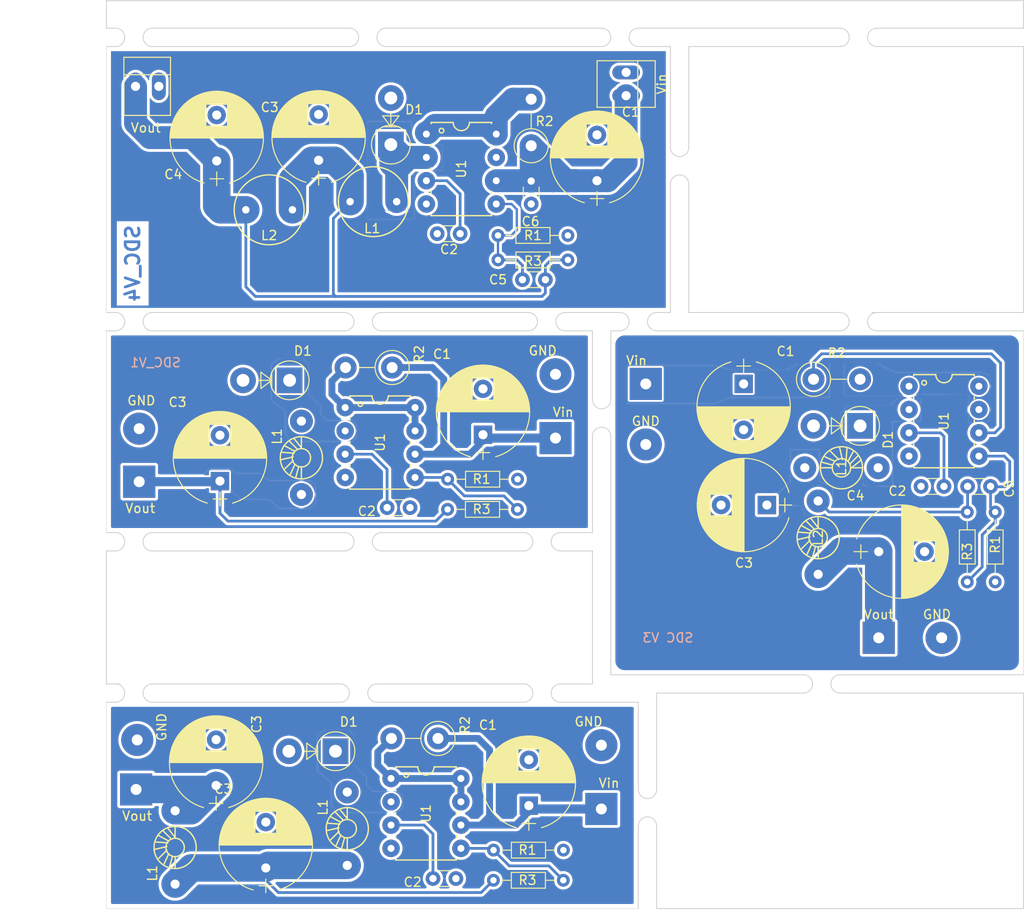
<source format=kicad_pcb>
(kicad_pcb (version 20211014) (generator pcbnew)
  (layers (0 "F.Cu" signal) (31 "B.Cu" signal) (34 "B.Paste" user) (35 "F.Paste" user) (36 "B.SilkS" user "B.Silkscreen") (37 "F.SilkS" user "F.Silkscreen") (38 "B.Mask" user) (39 "F.Mask" user) (44 "Edge.Cuts" user))
  (net 0 "")
  (footprint "Resistors_ThroughHole:R_Axial_DIN0204_L3.6mm_D1.6mm_P7.62mm_Horizontal" (layer "F.Cu") (at 102.2138 121.6237)
    (fp_text reference "R1")
    (fp_text value "1.2K")
  )
  (footprint "mouse-bite:mouse-bite-2mm-slot" (layer "F.Cu") (at 122.5 47 90)
    (fp_text reference "mouse-bite-2mm-slot" hide)
    (fp_text value "VAL**" hide)
    (fp_arc (start -2 -1) (mid -1 0) (end -2 1) (layer "Edge.Cuts") (width 0.1))
    (fp_arc (start 2 1) (mid 1 0) (end 2 -1) (layer "Edge.Cuts") (width 0.1))
  )
  (footprint "Capacitors_ThroughHole:CP_Radial_D10.0mm_P5.00mm" (layer "F.Cu") (at 132.024 83.996 180)
    (fp_text reference "C3")
    (fp_text value "470uF25v")
  )
  (footprint "Resistors_ThroughHole:R_Axial_DIN0204_L3.6mm_D1.6mm_P7.62mm_Horizontal" (layer "F.Cu") (at 109.8211 124.913 180)
    (fp_text reference "R3")
    (fp_text value "3.6K")
  )
  (footprint "Diodes_ThroughHole:D_5W_P5.08mm_Vertical_AnodeUp" (layer "F.Cu") (at 79.97736 70.3964 180)
    (fp_text reference "D1")
    (fp_text value "1N5819")
  )
  (footprint "mouse-bite:mouse-bite-2mm-slot" (layer "F.Cu") (at 63 88 180)
    (fp_text reference "mouse-bite-2mm-slot" hide)
    (fp_text value "VAL**" hide)
    (fp_arc (start 2 1) (mid 1 0) (end 2 -1) (layer "Edge.Cuts") (width 0.1))
    (fp_arc (start -2 -1) (mid -1 0) (end -2 1) (layer "Edge.Cuts") (width 0.1))
  )
  (footprint "Resistors_ThroughHole:R_Axial_DIN0411_L9.9mm_D3.6mm_P5.08mm_Vertical" (layer "F.Cu") (at 137.104 70.28)
    (fp_text reference "R2")
    (fp_text value "0R2 1/2W")
  )
  (footprint "Wire_Pads:SolderWirePad_single_1-2mmDrill" (layer "F.Cu") (at 144.216 98.474)
    (fp_text reference "Vout")
    (fp_text value "SolderWirePad_single_1-2mmDrill" hide)
  )
  (footprint "Wire_Pads:SolderWirePad_single_1-2mmDrill" (layer "F.Cu") (at 63.2375 115.007)
    (fp_text reference "Vout")
    (fp_text value "SolderWirePad_single_1-2mmDrill")
  )
  (footprint "mouse-bite:mouse-bite-2mm-slot" (layer "F.Cu") (at 63 104.5 180)
    (fp_text reference "mouse-bite-2mm-slot" hide)
    (fp_text value "VAL**" hide)
    (fp_arc (start 2 1) (mid 1 0) (end 2 -1) (layer "Edge.Cuts") (width 0.1))
    (fp_arc (start -2 -1) (mid -1 0) (end -2 1) (layer "Edge.Cuts") (width 0.1))
  )
  (footprint "Capacitors_ThroughHole:C_Disc_D3.0mm_W1.6mm_P2.50mm" (layer "F.Cu") (at 151.328 81.964 180)
    (fp_text reference "C2")
    (fp_text value "470pF")
  )
  (footprint "Choke_Toroid_ThroughHole:Choke_Toroid_horizontal_Diameter4-5mm_Amidon-T16" (layer "F.Cu") (at 140.152 79.932 180)
    (fp_text reference "L1")
    (fp_text value "150uH")
  )
  (footprint "mouse-bite:mouse-bite-2mm-slot" (layer "F.Cu") (at 116 33)
    (fp_text reference "mouse-bite-2mm-slot" hide)
    (fp_text value "VAL**" hide)
    (fp_arc (start 2 1) (mid 1 0) (end 2 -1) (layer "Edge.Cuts") (width 0.1))
    (fp_arc (start -2 -1) (mid -1 0) (end -2 1) (layer "Edge.Cuts") (width 0.1))
  )
  (footprint "Choke_Toroid_ThroughHole:Choke_Toroid_horizontal_Diameter4-5mm_Amidon-T16" (layer "F.Cu") (at 137.612 87.552 -90)
    (fp_text reference "L2")
    (fp_text value "150uH")
  )
  (footprint "mouse-bite:mouse-bite-2mm-slot" (layer "F.Cu") (at 114 74.5 -90)
    (fp_text reference "mouse-bite-2mm-slot" hide)
    (fp_text value "VAL**" hide)
    (fp_arc (start 2 1) (mid 1 0) (end 2 -1) (layer "Edge.Cuts") (width 0.1))
    (fp_arc (start -2 -1) (mid -1 0) (end -2 1) (layer "Edge.Cuts") (width 0.1))
  )
  (footprint "mouse-bite:mouse-bite-2mm-slot" (layer "F.Cu") (at 88.5 33)
    (fp_text reference "mouse-bite-2mm-slot" hide)
    (fp_text value "VAL**" hide)
    (fp_arc (start -2 -1) (mid -1 0) (end -2 1) (layer "Edge.Cuts") (width 0.1))
    (fp_arc (start 2 1) (mid 1 0) (end 2 -1) (layer "Edge.Cuts") (width 0.1))
  )
  (footprint "Resistors_ThroughHole:R_Axial_DIN0204_L3.6mm_D1.6mm_P7.62mm_Horizontal" (layer "F.Cu") (at 102.7 54.598)
    (fp_text reference "R1")
    (fp_text value "1.2K")
  )
  (footprint "Capacitors_ThroughHole:CP_Radial_D10.0mm_P5.00mm" (layer "F.Cu") (at 83.142 46.4065 90)
    (fp_text reference "C3")
    (fp_text value "470uF25v")
  )
  (footprint "Resistors_ThroughHole:R_Axial_DIN0204_L3.6mm_D1.6mm_P7.62mm_Horizontal" (layer "F.Cu") (at 102.7 57.265)
    (fp_text reference "R3")
    (fp_text value "3.6K")
  )
  (footprint "mouse-bite:mouse-bite-2mm-slot" (layer "F.Cu") (at 107.5 88 180)
    (fp_text reference "mouse-bite-2mm-slot" hide)
    (fp_text value "VAL**" hide)
    (fp_arc (start -2 -1) (mid -1 0) (end -2 1) (layer "Edge.Cuts") (width 0.1))
    (fp_arc (start 2 1) (mid 1 0) (end 2 -1) (layer "Edge.Cuts") (width 0.1))
  )
  (footprint "Capacitors_ThroughHole:C_Disc_D3.0mm_W1.6mm_P2.50mm" (layer "F.Cu") (at 90.6098 84.2775)
    (fp_text reference "C2")
    (fp_text value "470pF")
  )
  (footprint "mouse-bite:mouse-bite-2mm-slot" (layer "F.Cu") (at 142 64 180)
    (fp_text reference "mouse-bite-2mm-slot" hide)
    (fp_text value "VAL**" hide)
    (fp_arc (start 2 1) (mid 1 0) (end 2 -1) (layer "Edge.Cuts") (width 0.1))
    (fp_arc (start -2 -1) (mid -1 0) (end -2 1) (layer "Edge.Cuts") (width 0.1))
  )
  (footprint "Resistors_ThroughHole:R_Axial_DIN0411_L9.9mm_D3.6mm_P5.08mm_Vertical" (layer "F.Cu") (at 96.1559 109.4444 180)
    (fp_text reference "R2")
    (fp_text value "0R2 1/2W")
  )
  (footprint "Capacitors_ThroughHole:C_Disc_D3.0mm_W1.6mm_P2.50mm" (layer "F.Cu") (at 106.3195 48.669 -90)
    (fp_text reference "C6")
    (fp_text value "100nf")
  )
  (footprint "Capacitors_ThroughHole:CP_Radial_D10.0mm_P5.00mm" (layer "F.Cu") (at 113.495 48.629 90)
    (fp_text reference "C1")
    (fp_text value "100uF25v")
  )
  (footprint "Connect:PINHEAD1-2" (layer "F.Cu") (at 116.67 36.818 -90)
    (fp_text reference "Vin")
    (fp_text value "PINHEAD1-2")
  )
  (footprint "Choke_Toroid_ThroughHole:Choke_Toroid_horizontal_Diameter4-5mm_Amidon-T16" (layer "F.Cu") (at 67.492 121.3316 -90)
    (fp_text reference "L1")
    (fp_text value "150uH")
  )
  (footprint "Capacitors_ThroughHole:CP_Radial_D10.0mm_P5.00mm" (layer "F.Cu") (at 71.9624 114.5752 90)
    (fp_text reference "C3")
    (fp_text value "470uF25v")
  )
  (footprint "Wire_Pads:SolderWirePad_single_1-2mmDrill" (layer "F.Cu") (at 113.97146 117.13806)
    (fp_text reference "Vin")
    (fp_text value "SolderWirePad_single_1-2mmDrill")
  )
  (footprint "Resistors_ThroughHole:R_Axial_DIN0411_L9.9mm_D3.6mm_P5.08mm_Vertical" (layer "F.Cu") (at 91.1559 68.9994 180)
    (fp_text reference "R2")
    (fp_text value "0R2 1/2W")
  )
  (footprint "Power_Integrations:PDIP-8" (layer "F.Cu") (at 151.328 74.852 -90)
    (fp_text reference "U1")
    (fp_text value "MC34063AP")
  )
  (footprint "Inductors:INDUCTOR_V" (layer "F.Cu") (at 89.111 50.915 180)
    (fp_text reference "L1")
    (fp_text value "150uH")
  )
  (footprint "mouse-bite:mouse-bite-2mm-slot" (layer "F.Cu") (at 107.5 104.5 180)
    (fp_text reference "mouse-bite-2mm-slot" hide)
    (fp_text value "VAL**" hide)
    (fp_arc (start 2 1) (mid 1 0) (end 2 -1) (layer "Edge.Cuts") (width 0.1))
    (fp_arc (start -2 -1) (mid -1 0) (end -2 1) (layer "Edge.Cuts") (width 0.1))
  )
  (footprint "Capacitors_ThroughHole:CP_Radial_D10.0mm_P5.00mm" (layer "F.Cu") (at 72.0295 46.47 90)
    (fp_text reference "C4")
    (fp_text value "100uF25v")
  )
  (footprint "Wire_Pads:SolderWirePad_single_1-2mmDrill" (layer "F.Cu") (at 108.97146 76.69306)
    (fp_text reference "Vin")
    (fp_text value "SolderWirePad_single_1-2mmDrill")
  )
  (footprint "Capacitors_ThroughHole:C_Disc_D3.0mm_W1.6mm_P2.50mm" (layer "F.Cu") (at 95.6098 124.7225)
    (fp_text reference "C2")
    (fp_text value "470pF")
  )
  (footprint "mouse-bite:mouse-bite-2mm-slot" (layer "F.Cu") (at 108 64)
    (fp_text reference "mouse-bite-2mm-slot" hide)
    (fp_text value "VAL**" hide)
    (fp_arc (start -2 -1) (mid -1 0) (end -2 1) (layer "Edge.Cuts") (width 0.1))
    (fp_arc (start 2 1) (mid 1 0) (end 2 -1) (layer "Edge.Cuts") (width 0.1))
  )
  (footprint "Capacitors_ThroughHole:CP_Radial_D10.0mm_P5.00mm" (layer "F.Cu") (at 144.216 89.076)
    (fp_text reference "C4")
    (fp_text value "100uF25v")
  )
  (footprint "Connect:PINHEAD1-2" (layer "F.Cu") (at 63.1776 38.342)
    (fp_text reference "Vout")
    (fp_text value "PINHEAD1-2")
  )
  (footprint "Capacitors_ThroughHole:CP_Radial_D10.0mm_P5.00mm" (layer "F.Cu") (at 129.484 70.788 -90)
    (fp_text reference "C1")
    (fp_text value "100uF25v")
  )
  (footprint "Power_Integrations:PDIP-8" (layer "F.Cu") (at 98.6995 47.359 -90)
    (fp_text reference "U1")
    (fp_text value "MC34063AP")
  )
  (footprint "Capacitors_ThroughHole:C_Disc_D3.0mm_W1.6mm_P2.50mm" (layer "F.Cu") (at 156.408 81.964 180)
    (fp_text reference "C5")
    (fp_text value "22nF")
  )
  (footprint "Inductors:INDUCTOR_V" (layer "F.Cu") (at 77.7445 51.804 180)
    (fp_text reference "L2")
    (fp_text value "150uH")
  )
  (footprint "mouse-bite:mouse-bite-2mm-slot" (layer "F.Cu") (at 63 33)
    (fp_text reference "mouse-bite-2mm-slot" hide)
    (fp_text value "VAL**" hide)
    (fp_arc (start 2 1) (mid 1 0) (end 2 -1) (layer "Edge.Cuts") (width 0.1))
    (fp_arc (start -2 -1) (mid -1 0) (end -2 1) (layer "Edge.Cuts") (width 0.1))
  )
  (footprint "Power_Integrations:PDIP-8" (layer "F.Cu") (at 94.8478 117.6232 -90)
    (fp_text reference "U1")
    (fp_text value "MC34063AP")
  )
  (footprint "Capacitors_ThroughHole:CP_Radial_D10.0mm_P5.00mm" (layer "F.Cu") (at 72.38276 81.38444 90)
    (fp_text reference "C3")
    (fp_text value "470uF25v")
  )
  (footprint "Wire_Pads:SolderWirePad_single_1-2mmDrill" (layer "F.Cu") (at 151.074 98.474)
    (fp_text reference "GND")
    (fp_text value "SolderWirePad_single_1-2mmDrill" hide)
  )
  (footprint "Power_Integrations:PDIP-8" (layer "F.Cu") (at 89.8478 77.1782 -90)
    (fp_text reference "U1")
    (fp_text value "MC34063AP")
  )
  (footprint "Wire_Pads:SolderWirePad_single_1-2mmDrill" (layer "F.Cu") (at 63.3645 109.6095)
    (fp_text reference "GND")
    (fp_text value "SolderWirePad_single_1-2mmDrill")
  )
  (footprint "Capacitors_ThroughHole:C_Disc_D3.0mm_W1.6mm_P2.50mm" (layer "F.Cu") (at 105.367 59.424)
    (fp_text reference "C5")
    (fp_text value "22nF")
  )
  (footprint "Wire_Pads:SolderWirePad_single_1-2mmDrill" (layer "F.Cu") (at 118.816 70.788)
    (fp_text reference "Vin")
    (fp_text value "SolderWirePad_single_1-2mmDrill" hide)
  )
  (footprint "mouse-bite:mouse-bite-2mm-slot" (layer "F.Cu") (at 119 117 -90)
    (fp_text reference "mouse-bite-2mm-slot" hide)
    (fp_text value "VAL**" hide)
    (fp_arc (start 2 1) (mid 1 0) (end 2 -1) (layer "Edge.Cuts") (width 0.1))
    (fp_arc (start -2 -1) (mid -1 0) (end -2 1) (layer "Edge.Cuts") (width 0.1))
  )
  (footprint "Diodes_ThroughHole:D_5W_P5.08mm_Vertical_AnodeUp" (layer "F.Cu") (at 91.016 44.692 90)
    (fp_text reference "D1")
    (fp_text value "1N5819")
  )
  (footprint "mouse-bite:mouse-bite-2mm-slot" (layer "F.Cu") (at 63 64)
    (fp_text reference "mouse-bite-2mm-slot" hide)
    (fp_text value "VAL**" hide)
    (fp_arc (start 2 1) (mid 1 0) (end 2 -1) (layer "Edge.Cuts") (width 0.1))
    (fp_arc (start -2 -1) (mid -1 0) (end -2 1) (layer "Edge.Cuts") (width 0.1))
  )
  (footprint "Capacitors_ThroughHole:C_Disc_D3.0mm_W1.6mm_P2.50mm" (layer "F.Cu") (at 98.5725 54.4075 180)
    (fp_text reference "C2")
    (fp_text value "470pF")
  )
  (footprint "mouse-bite:mouse-bite-2mm-slot" (layer "F.Cu") (at 138 103.5 180)
    (fp_text reference "mouse-bite-2mm-slot" hide)
    (fp_text value "VAL**" hide)
    (fp_arc (start 2 1) (mid 1 0) (end 2 -1) (layer "Edge.Cuts") (width 0.1))
    (fp_arc (start -2 -1) (mid -1 0) (end -2 1) (layer "Edge.Cuts") (width 0.1))
  )
  (footprint "Wire_Pads:SolderWirePad_single_1-2mmDrill" (layer "F.Cu") (at 113.97146 110.18354)
    (fp_text reference "GND")
    (fp_text value "SolderWirePad_single_1-2mmDrill")
  )
  (footprint "Diodes_ThroughHole:D_5W_P5.08mm_Vertical_AnodeUp" (layer "F.Cu") (at 84.97736 110.8414 180)
    (fp_text reference "D1")
    (fp_text value "1N5819")
  )
  (footprint "Choke_Toroid_ThroughHole:Choke_Toroid_horizontal_Diameter4-5mm_Amidon-T16" (layer "F.Cu") (at 81.2626 78.84444 -90)
    (fp_text reference "L1")
    (fp_text value "150uH")
  )
  (footprint "Capacitors_ThroughHole:CP_Radial_D10.0mm_P5.00mm" (layer "F.Cu") (at 101.06444 76.3273 90)
    (fp_text reference "C1")
    (fp_text value "100uF25v")
  )
  (footprint "Resistors_ThroughHole:R_Axial_DIN0204_L3.6mm_D1.6mm_P7.62mm_Horizontal" (layer "F.Cu") (at 156.916 84.758 -90)
    (fp_text reference "R1")
    (fp_text value "1.2K")
  )
  (footprint "Wire_Pads:SolderWirePad_single_1-2mmDrill" (layer "F.Cu") (at 63.57658 81.45302)
    (fp_text reference "Vout")
    (fp_text value "SolderWirePad_single_1-2mmDrill")
  )
  (footprint "Capacitors_ThroughHole:CP_Radial_D10.0mm_P5.00mm" (layer "F.Cu") (at 77.38276 123.5668 90)
    (fp_text reference "C3")
    (fp_text value "470uF25v")
  )
  (footprint "Resistors_ThroughHole:R_Axial_DIN0204_L3.6mm_D1.6mm_P7.62mm_Horizontal" (layer "F.Cu") (at 97.2138 81.1787)
    (fp_text reference "R1")
    (fp_text value "1.2K")
  )
  (footprint "Choke_Toroid_ThroughHole:Choke_Toroid_horizontal_Diameter4-5mm_Amidon-T16" (layer "F.Cu") (at 86.2626 119.28944 -90)
    (fp_text reference "L1")
    (fp_text value "150uH")
  )
  (footprint "mouse-bite:mouse-bite-2mm-slot" (layer "F.Cu") (at 142 33)
    (fp_text reference "mouse-bite-2mm-slot" hide)
    (fp_text value "VAL**" hide)
    (fp_arc (start 2 1) (mid 1 0) (end 2 -1) (layer "Edge.Cuts") (width 0.1))
    (fp_arc (start -2 -1) (mid -1 0) (end -2 1) (layer "Edge.Cuts") (width 0.1))
  )
  (footprint "mouse-bite:mouse-bite-2mm-slot" (layer "F.Cu") (at 87.5 104.5 180)
    (fp_text reference "mouse-bite-2mm-slot" hide)
    (fp_text value "VAL**" hide)
    (fp_arc (start 2 1) (mid 1 0) (end 2 -1) (layer "Edge.Cuts") (width 0.1))
    (fp_arc (start -2 -1) (mid -1 0) (end -2 1) (layer "Edge.Cuts") (width 0.1))
  )
  (footprint "Wire_Pads:SolderWirePad_single_1-2mmDrill" (layer "F.Cu") (at 63.57658 75.66944)
    (fp_text reference "GND")
    (fp_text value "SolderWirePad_single_1-2mmDrill")
  )
  (footprint "mouse-bite:mouse-bite-2mm-slot" (layer "F.Cu") (at 88 88 180)
    (fp_text reference "mouse-bite-2mm-slot" hide)
    (fp_text value "VAL**" hide)
    (fp_arc (start 2 1) (mid 1 0) (end 2 -1) (layer "Edge.Cuts") (width 0.1))
    (fp_arc (start -2 -1) (mid -1 0) (end -2 1) (layer "Edge.Cuts") (width 0.1))
  )
  (footprint "Resistors_ThroughHole:R_Axial_DIN0204_L3.6mm_D1.6mm_P7.62mm_Horizontal" (layer "F.Cu") (at 104.8211 84.468 180)
    (fp_text reference "R3")
    (fp_text value "3.6K")
  )
  (footprint "Capacitors_ThroughHole:CP_Radial_D10.0mm_P5.00mm" (layer "F.Cu") (at 106.06444 116.7723 90)
    (fp_text reference "C1")
    (fp_text value "100uF25v")
  )
  (footprint "mouse-bite:mouse-bite-2mm-slot" (layer "F.Cu") (at 88 64)
    (fp_text reference "mouse-bite-2mm-slot" hide)
    (fp_text value "VAL**" hide)
    (fp_arc (start 2 1) (mid 1 0) (end 2 -1) (layer "Edge.Cuts") (width 0.1))
    (fp_arc (start -2 -1) (mid -1 0) (end -2 1) (layer "Edge.Cuts") (width 0.1))
  )
  (footprint "Wire_Pads:SolderWirePad_single_1-2mmDrill" (layer "F.Cu") (at 108.97146 69.73854)
    (fp_text reference "GND")
    (fp_text value "SolderWirePad_single_1-2mmDrill")
  )
  (footprint "Resistors_ThroughHole:R_Axial_DIN0204_L3.6mm_D1.6mm_P7.62mm_Horizontal" (layer "F.Cu") (at 153.868 92.378 90)
    (fp_text reference "R3")
    (fp_text value "3.6K")
  )
  (footprint "Resistors_ThroughHole:R_Axial_DIN0411_L9.9mm_D3.6mm_P5.08mm_Vertical" (layer "F.Cu") (at 106.3195 44.819 90)
    (fp_text reference "R2")
    (fp_text value "0R2 1/2W")
  )
  (footprint "mouse-bite:mouse-bite-2mm-slot" (layer "F.Cu") (at 118 64)
    (fp_text reference "mouse-bite-2mm-slot" hide)
    (fp_text value "VAL**" hide)
    (fp_arc (start -2 -1) (mid -1 0) (end -2 1) (layer "Edge.Cuts") (width 0.1))
    (fp_arc (start 2 1) (mid 1 0) (end 2 -1) (layer "Edge.Cuts") (width 0.1))
  )
  (footprint "Wire_Pads:SolderWirePad_single_1-2mmDrill" (layer "F.Cu") (at 118.816 77.392)
    (fp_text reference "GND")
    (fp_text value "SolderWirePad_single_1-2mmDrill" hide)
  )
  (footprint "Diodes_ThroughHole:D_5W_P5.08mm_Vertical_AnodeUp" (layer "F.Cu") (at 142.184 75.36 180)
    (fp_text reference "D1")
    (fp_text value "1N5819")
  )
  (gr_line (start 61 65) (end 60 65) (layer "Edge.Cuts") (width 0.1))
  (gr_line (start 60 128) (end 60 105.5) (layer "Edge.Cuts") (width 0.05))
  (gr_line (start 118 128) (end 60 128) (layer "Edge.Cuts") (width 0.05))
  (gr_line (start 115 102.5) (end 115 76.5) (layer "Edge.Cuts") (width 0.1))
  (gr_line (start 113 103.5) (end 109.5 103.5) (layer "Edge.Cuts") (width 0.1))
  (gr_line (start 86 87) (end 65 87) (layer "Edge.Cuts") (width 0.1))
  (gr_line (start 65 34) (end 86.5 34) (layer "Edge.Cuts") (width 0.1))
  (gr_line (start 109.5 105.5) (end 118 105.5) (layer "Edge.Cuts") (width 0.1))
  (gr_line (start 115 72.5) (end 115 65) (layer "Edge.Cuts") (width 0.1))
  (gr_line (start 160 63) (end 143.5 63) (layer "Edge.Cuts") (width 0.1))
  (gr_line (start 113 76.5) (end 113 87) (layer "Edge.Cuts") (width 0.1))
  (gr_line (start 105.5 87) (end 90 87) (layer "Edge.Cuts") (width 0.1))
  (gr_line (start 144 34) (end 160 34) (layer "Edge.Cuts") (width 0.1))
  (gr_line (start 113 87) (end 109.5 87) (layer "Edge.Cuts") (width 0.1))
  (gr_line (start 85.5 105.5) (end 65 105.5) (layer "Edge.Cuts") (width 0.1))
  (gr_line (start 113 65) (end 113 72.5) (layer "Edge.Cuts") (width 0.1))
  (gr_line (start 160 65) (end 160 102.5) (layer "Edge.Cuts") (width 0.05))
  (gr_line (start 60 63) (end 60 34) (layer "Edge.Cuts") (width 0.05))
  (gr_line (start 118 105.5) (end 118 115) (layer "Edge.Cuts") (width 0.1))
  (gr_line (start 118 32) (end 140 32) (layer "Edge.Cuts") (width 0.1))
  (gr_line (start 65 103.5) (end 85.5 103.5) (layer "Edge.Cuts") (width 0.1))
  (gr_line (start 61 105.5) (end 60 105.5) (layer "Edge.Cuts") (width 0.1))
  (gr_line (start 120 115) (end 120 104.5) (layer "Edge.Cuts") (width 0.1))
  (gr_line (start 118 119) (end 118 128) (layer "Edge.Cuts") (width 0.1))
  (gr_line (start 65 89) (end 86 89) (layer "Edge.Cuts") (width 0.1))
  (gr_line (start 144 65) (end 160 65) (layer "Edge.Cuts") (width 0.1))
  (gr_line (start 144 32) (end 160 32) (layer "Edge.Cuts") (width 0.1))
  (gr_line (start 60 87) (end 60 65) (layer "Edge.Cuts") (width 0.05))
  (gr_line (start 65 32) (end 86.5 32) (layer "Edge.Cuts") (width 0.1))
  (gr_line (start 121.5 49) (end 121.5 63) (layer "Edge.Cuts") (width 0.1))
  (gr_line (start 120 104.5) (end 136 104.5) (layer "Edge.Cuts") (width 0.1))
  (gr_line (start 118 34) (end 121.5 34) (layer "Edge.Cuts") (width 0.1))
  (gr_line (start 123.5 34) (end 123.5 45) (layer "Edge.Cuts") (width 0.1))
  (gr_line (start 61 89) (end 60 89) (layer "Edge.Cuts") (width 0.1))
  (gr_line (start 110 65) (end 113 65) (layer "Edge.Cuts") (width 0.1))
  (gr_line (start 60 32) (end 60 29) (layer "Edge.Cuts") (width 0.1))
  (gr_line (start 121.5 63) (end 120 63) (layer "Edge.Cuts") (width 0.1))
  (gr_line (start 160 29) (end 160 32) (layer "Edge.Cuts") (width 0.1))
  (gr_line (start 86 63) (end 65 63) (layer "Edge.Cuts") (width 0.1))
  (gr_line (start 140 63) (end 123.5 63) (layer "Edge.Cuts") (width 0.1))
  (gr_line (start 105.5 89) (end 90 89) (layer "Edge.Cuts") (width 0.1))
  (gr_line (start 160 34) (end 160 63) (layer "Edge.Cuts") (width 0.1))
  (gr_line (start 113 89) (end 113 103.5) (layer "Edge.Cuts") (width 0.1))
  (gr_line (start 60 29) (end 160 29) (layer "Edge.Cuts") (width 0.1))
  (gr_line (start 120 65) (end 140 65) (layer "Edge.Cuts") (width 0.1))
  (gr_line (start 160 104.5) (end 160 128) (layer "Edge.Cuts") (width 0.1))
  (gr_line (start 140 34) (end 123.5 34) (layer "Edge.Cuts") (width 0.1))
  (gr_line (start 115 65) (end 116 65) (layer "Edge.Cuts") (width 0.1))
  (gr_line (start 123.5 63) (end 123.5 49) (layer "Edge.Cuts") (width 0.1))
  (gr_line (start 65 65) (end 86 65) (layer "Edge.Cuts") (width 0.1))
  (gr_line (start 121.5 45) (end 121.5 34) (layer "Edge.Cuts") (width 0.1))
  (gr_line (start 61 63) (end 60 63) (layer "Edge.Cuts") (width 0.1))
  (gr_line (start 61 32) (end 60 32) (layer "Edge.Cuts") (width 0.1))
  (gr_line (start 60 103.5) (end 61.5 103.5) (layer "Edge.Cuts") (width 0.1))
  (gr_line (start 90 65) (end 106 65) (layer "Edge.Cuts") (width 0.1))
  (gr_line (start 90 63) (end 106 63) (layer "Edge.Cuts") (width 0.1))
  (gr_line (start 90.5 32) (end 114 32) (layer "Edge.Cuts") (width 0.1))
  (gr_line (start 136 102.5) (end 115 102.5) (layer "Edge.Cuts") (width 0.1))
  (gr_line (start 105.5 103.5) (end 89.5 103.5) (layer "Edge.Cuts") (width 0.1))
  (gr_line (start 120 128) (end 120 119) (layer "Edge.Cuts") (width 0.1))
  (gr_line (start 61 87) (end 60 87) (layer "Edge.Cuts") (width 0.1))
  (gr_line (start 110 63) (end 116 63) (layer "Edge.Cuts") (width 0.1))
  (gr_line (start 160 128) (end 120 128) (layer "Edge.Cuts") (width 0.1))
  (gr_line (start 61 34) (end 60 34) (layer "Edge.Cuts") (width 0.1))
  (gr_line (start 60 89) (end 60 103.5) (layer "Edge.Cuts") (width 0.1))
  (gr_line (start 105.5 105.5) (end 89.5 105.5) (layer "Edge.Cuts") (width 0.1))
  (gr_line (start 140 102.5) (end 160 102.5) (layer "Edge.Cuts") (width 0.1))
  (gr_line (start 109.5 89) (end 113 89) (layer "Edge.Cuts") (width 0.1))
  (gr_line (start 140 104.5) (end 160 104.5) (layer "Edge.Cuts") (width 0.1))
  (gr_line (start 90.5 34) (end 114 34) (layer "Edge.Cuts") (width 0.1))
  (gr_text "SDC_V4" (at 62.8728 57.646 90) (layer "B.Cu") (effects (font (size 1.5 1.5) (thickness 0.3)) (justify mirror)))
  (gr_text "SDC_V1" (at 65.3495 68.466) (layer "B.SilkS") (effects (font (size 1 1)) (justify mirror)))
  (gr_text "SDC V3" (at 121.229 98.474) (layer "B.SilkS") (effects (font (size 1 1)) (justify mirror)))
  (segment (start 102.5095 51.169) (end 103.0175 51.169) (width 0.25) (layer "F.Cu") (net 0))
  (segment (start 100.8168 118.8932) (end 101.782 117.928) (width 0.75) (layer "B.Cu") (net 0))
  (segment (start 101.06444 76.3273) (end 101.06444 77.01056) (width 0.75) (layer "B.Cu") (net 0))
  (segment (start 86.0378 73.3682) (end 93.6578 73.3682) (width 0.75) (layer "B.Cu") (net 0))
  (segment (start 101.782 118.8424) (end 101.8328 118.8932) (width 0.75) (layer "B.Cu") (net 0))
  (segment (start 91.0378 113.8132) (end 98.6578 113.8132) (width 0.75) (layer "B.Cu") (net 0))
  (segment (start 94.8895 46.089) (end 92.413 46.089) (width 2.5) (layer "B.Cu") (net 0))
  (segment (start 104.8211 84.468) (end 103.3531 83) (width 0.3) (layer "B.Cu") (net 0))
  (segment (start 84.75 52.736) (end 86.571 50.915) (width 0.3) (layer "B.Cu") (net 0))
  (segment (start 94.8895 48.629) (end 97.129 48.629) (width 0.3) (layer "B.Cu") (net 0))
  (segment (start 72.0295 51.3595) (end 72.0295 46.47) (width 3) (layer "B.Cu") (net 0))
  (segment (start 98.6578 116.3532) (end 98.6578 113.8132) (width 0.75) (layer "B.Cu") (net 0))
  (segment (start 138 67.5) (end 137.104 68.396) (width 0.3) (layer "B.Cu") (net 0))
  (segment (start 108.25 123.3419) (end 103.932 123.3419) (width 0.3) (layer "B.Cu") (net 0))
  (segment (start 95.6098 119.8598) (end 95.6098 124.7225) (width 0.3) (layer "B.Cu") (net 0))
  (segment (start 113.495 48.629) (end 111.209 48.629) (width 2.5) (layer "B.Cu") (net 0))
  (segment (start 69.2065 117.3311) (end 71.9624 114.5752) (width 3) (layer "B.Cu") (net 0))
  (segment (start 63.1776 42.347) (end 63.1776 38.342) (width 2.5) (layer "B.Cu") (net 0))
  (segment (start 102.5095 46.089) (end 103.081 46.089) (width 0.25) (layer "B.Cu") (net 0))
  (segment (start 102.5095 48.629) (end 106.2795 48.629) (width 2.5) (layer "B.Cu") (net 0))
  (segment (start 72.38276 81.38444) (end 72.38276 84.38276) (width 0.3) (layer "B.Cu") (net 0))
  (segment (start 96.782 77.483) (end 96.782 78.3974) (width 0.75) (layer "B.Cu") (net 0))
  (segment (start 97.129 48.629) (end 98.5725 50.0725) (width 0.3) (layer "B.Cu") (net 0))
  (segment (start 105.367 57.852) (end 104.78 57.265) (width 0.3) (layer "B.Cu") (net 0))
  (segment (start 100.8641 126.25) (end 78.75 126.25) (width 0.3) (layer "B.Cu") (net 0))
  (segment (start 104.75 54) (end 104.152 54.598) (width 0.25) (layer "B.Cu") (net 0))
  (segment (start 158.5 79.25) (end 158.5 81.5) (width 0.3) (layer "B.Cu") (net 0))
  (segment (start 156.5 67.5) (end 138 67.5) (width 0.3) (layer "B.Cu") (net 0))
  (segment (start 137.104 68.396) (end 137.104 70.28) (width 0.3) (layer "B.Cu") (net 0))
  (segment (start 116.67 39.358) (end 116.67 46.6224) (width 2.5) (layer "B.Cu") (net 0))
  (segment (start 104.6268 118.8932) (end 102.8742 118.8932) (width 0.75) (layer "B.Cu") (net 0))
  (segment (start 107.867 57.883) (end 108.485 57.265) (width 0.3) (layer "B.Cu") (net 0))
  (segment (start 91.651 50.915) (end 91.651 47.4625) (width 2.5) (layer "B.Cu") (net 0))
  (segment (start 69.3752 43.93) (end 64.7606 43.93) (width 2.5) (layer "B.Cu") (net 0))
  (segment (start 80.2845 51.804) (end 80.2845 48.5655) (width 3) (layer "B.Cu") (net 0))
  (segment (start 157.912 78.662) (end 158.5 79.25) (width 0.3) (layer "B.Cu") (net 0))
  (segment (start 104.78 57.265) (end 102.7 57.265) (width 0.3) (layer "B.Cu") (net 0))
  (segment (start 106.3195 44.819) (end 108.669 47.1685) (width 2.5) (layer "B.Cu") (net 0))
  (segment (start 155.138 78.662) (end 157.912 78.662) (width 0.3) (layer "B.Cu") (net 0))
  (segment (start 76.25 61.25) (end 75.2045 60.2045) (width 0.3) (layer "B.Cu") (net 0))
  (segment (start 144.216 89.076) (end 144.216 98.474) (width 3) (layer "B.Cu") (net 0))
  (segment (start 86.0759 68.9994) (end 84.59 70.4853) (width 0.75) (layer "B.Cu") (net 0))
  (segment (start 72.38276 84.88276) (end 73.25 85.75) (width 0.3) (layer "B.Cu") (net 0))
  (segment (start 108.669 48.629) (end 106.3595 48.629) (width 2.5) (layer "B.Cu") (net 0))
  (segment (start 116.67 46.6224) (end 114.6634 48.629) (width 2.5) (layer "B.Cu") (net 0))
  (segment (start 84.59 71.9204) (end 86.0378 73.3682) (width 0.75) (layer "B.Cu") (net 0))
  (segment (start 97.2011 84.468) (end 95.9191 85.75) (width 0.3) (layer "B.Cu") (net 0))
  (segment (start 137.104 68.6925) (end 137.104 70.28) (width 0.25) (layer "B.Cu") (net 0))
  (segment (start 106.06444 116.7723) (end 106.06444 117.45556) (width 0.75) (layer "B.Cu") (net 0))
  (segment (start 101.782 117.928) (end 101.909 117.928) (width 0.75) (layer "B.Cu") (net 0))
  (segment (start 77.38276 123.5668) (end 69.2573 123.5668) (width 3) (layer "B.Cu") (net 0))
  (segment (start 100.8168 118.8932) (end 98.6578 118.8932) (width 0.75) (layer "B.Cu") (net 0))
  (segment (start 78.5 126) (end 77.38276 124.88276) (width 0.25) (layer "B.Cu") (net 0))
  (segment (start 91.016 44.692) (end 91.016 46.8275) (width 2.5) (layer "B.Cu") (net 0))
  (segment (start 106.3195 44.819) (end 110.1295 48.629) (width 2.5) (layer "B.Cu") (net 0))
  (segment (start 82.4435 46.4065) (end 82.888 46.4065) (width 3) (layer "B.Cu") (net 0))
  (segment (start 138.8185 84.758) (end 153.868 84.758) (width 0.3) (layer "B.Cu") (net 0))
  (segment (start 101.06444 77.01056) (end 99.6268 78.4482) (width 0.75) (layer "B.Cu") (net 0))
  (segment (start 155.138 76.122) (end 156.878 76.122) (width 0.3) (layer "B.Cu") (net 0))
  (segment (start 95.04951 43.38899) (end 94.8895 43.38899) (width 2.5) (layer "B.Cu") (net 0))
  (segment (start 104.351 39.739) (end 102.5095 41.5805) (width 2.5) (layer "B.Cu") (net 0))
  (segment (start 106.3195 39.739) (end 104.351 39.739) (width 2.5) (layer "B.Cu") (net 0))
  (segment (start 157.5 75.5) (end 157.5 68.5) (width 0.3) (layer "B.Cu") (net 0))
  (segment (start 114.6634 48.629) (end 113.495 48.629) (width 2.5) (layer "B.Cu") (net 0))
  (segment (start 108.97146 76.69306) (end 101.4302 76.69306) (width 1) (layer "B.Cu") (net 0))
  (segment (start 75.2045 51.804) (end 72.474 51.804) (width 3) (layer "B.Cu") (net 0))
  (segment (start 95.9191 85.75) (end 73.25 85.75) (width 0.3) (layer "B.Cu") (net 0))
  (segment (start 82.888 46.4065) (end 84.8565 46.4065) (width 3) (layer "B.Cu") (net 0))
  (segment (start 77.38276 123.5668) (end 77.38276 124.88276) (width 0.3) (layer "B.Cu") (net 0))
  (segment (start 158 82) (end 156.444 82) (width 0.3) (layer "B.Cu") (net 0))
  (segment (start 109.8211 124.913) (end 108.25 123.3419) (width 0.3) (layer "B.Cu") (net 0))
  (segment (start 86.571 48.121) (end 86.571 50.915) (width 3) (layer "B.Cu") (net 0))
  (segment (start 92.413 46.089) (end 91.016 44.692) (width 2.5) (layer "B.Cu") (net 0))
  (segment (start 155.5 87.25) (end 155.5 90.746) (width 0.3) (layer "B.Cu") (net 0))
  (segment (start 96.782 77.483) (end 96.909 77.483) (width 0.75) (layer "B.Cu") (net 0))
  (segment (start 85 61.25) (end 76.25 61.25) (width 0.3) (layer "B.Cu") (net 0))
  (segment (start 77.38276 124.88276) (end 78.75 126.25) (width 0.3) (layer "B.Cu") (net 0))
  (segment (start 137.612 91.5525) (end 140.152 89.0125) (width 3) (layer "B.Cu") (net 0))
  (segment (start 102.2011 124.913) (end 100.8641 126.25) (width 0.3) (layer "B.Cu") (net 0))
  (segment (start 107.867 59.424) (end 107.867 57.883) (width 0.3) (layer "B.Cu") (net 0))
  (segment (start 108.485 57.265) (end 110.32 57.265) (width 0.3) (layer "B.Cu") (net 0))
  (segment (start 153.908 84.718) (end 153.868 84.758) (width 0.3) (layer "B.Cu") (net 0))
  (segment (start 106.2795 48.629) (end 106.3195 48.669) (width 2.5) (layer "B.Cu") (net 0))
  (segment (start 63.57658 81.45302) (end 72.31418 81.45302) (width 1) (layer "B.Cu") (net 0))
  (segment (start 102.5095 43.549) (end 101.557001 42.596501) (width 2.5) (layer "B.Cu") (net 0))
  (segment (start 98.8483 121.6237) (end 98.6578 121.4332) (width 0.25) (layer "B.Cu") (net 0))
  (segment (start 67.492 117.3311) (end 69.2065 117.3311) (width 3) (layer "B.Cu") (net 0))
  (segment (start 91.0759 109.4444) (end 89.59 110.9303) (width 0.75) (layer "B.Cu") (net 0))
  (segment (start 95.8168 78.4482) (end 93.6578 78.4482) (width 0.75) (layer "B.Cu") (net 0))
  (segment (start 156.834 85.916) (end 155.5 87.25) (width 0.3) (layer "B.Cu") (net 0))
  (segment (start 80.2845 48.5655) (end 82.4435 46.4065) (width 3) (layer "B.Cu") (net 0))
  (segment (start 102.5095 41.5805) (end 102.5095 43.549) (width 2.5) (layer "B.Cu") (net 0))
  (segment (start 84.8565 46.4065) (end 86.571 48.121) (width 3) (layer "B.Cu") (net 0))
  (segment (start 103.932 123.3419) (end 102.2138 121.6237) (width 0.3) (layer "B.Cu") (net 0))
  (segment (start 102.0233 121.4332) (end 102.2138 121.6237) (width 0.3) (layer "B.Cu") (net 0))
  (segment (start 111.209 48.629) (end 108.669 48.629) (width 2.5) (layer "B.Cu") (net 0))
  (segment (start 85 61.25) (end 84.75 61) (width 0.3) (layer "B.Cu") (net 0))
  (segment (start 156.916 85.916) (end 156.834 85.916) (width 0.3) (layer "B.Cu") (net 0))
  (segment (start 63.2375 115.007) (end 71.5306 115.007) (width 3) (layer "B.Cu") (net 0))
  (segment (start 98.5725 50.0725) (end 98.5725 54.4075) (width 0.3) (layer "B.Cu") (net 0))
  (segment (start 104.152 54.598) (end 102.7 54.598) (width 0.25) (layer "B.Cu") (net 0))
  (segment (start 151.328 76.503) (end 150.947 76.122) (width 0.3) (layer "B.Cu") (net 0))
  (segment (start 95.8168 78.4482) (end 96.782 77.483) (width 0.75) (layer "B.Cu") (net 0))
  (segment (start 102.5095 51.169) (end 104.169 51.169) (width 0.25) (layer "B.Cu") (net 0))
  (segment (start 91.016 50.28) (end 91.651 50.915) (width 1) (layer "B.Cu") (net 0))
  (segment (start 107.5 61.25) (end 85 61.25) (width 0.3) (layer "B.Cu") (net 0))
  (segment (start 97.8742 78.4482) (end 96.8328 78.4482) (width 0.75) (layer "B.Cu") (net 0))
  (segment (start 99.0351 83) (end 97.2138 81.1787) (width 0.3) (layer "B.Cu") (net 0))
  (segment (start 75.2045 60.2045) (end 75.2045 51.804) (width 0.3) (layer "B.Cu") (net 0))
  (segment (start 72.0295 46.47) (end 71.9152 46.47) (width 2.5) (layer "B.Cu") (net 0))
  (segment (start 64.7606 43.93) (end 63.1776 42.347) (width 2.5) (layer "B.Cu") (net 0))
  (segment (start 72.31418 81.45302) (end 72.38276 81.38444) (width 1) (layer "B.Cu") (net 0))
  (segment (start 102.8742 118.8932) (end 101.8328 118.8932) (width 0.75) (layer "B.Cu") (net 0))
  (segment (start 93.8483 81.1787) (end 93.6578 80.9882) (width 0.25) (layer "B.Cu") (net 0))
  (segment (start 110.1295 48.629) (end 111.209 48.629) (width 2.5) (layer "B.Cu") (net 0))
  (segment (start 99.6268 78.4482) (end 97.8742 78.4482) (width 0.75) (layer "B.Cu") (net 0))
  (segment (start 156.408 81.964) (end 156.408 84.25) (width 0.3) (layer "B.Cu") (net 0))
  (segment (start 100.5374 109.4444) (end 101.782 110.689) (width 0.75) (layer "B.Cu") (net 0))
  (segment (start 101.557001 42.596501) (end 95.841999 42.596501) (width 2.5) (layer "B.Cu") (net 0))
  (segment (start 101.909 117.928) (end 102.8742 118.8932) (width 0.75) (layer "B.Cu") (net 0))
  (segment (start 156.408 84.25) (end 156.916 84.758) (width 0.3) (layer "B.Cu") (net 0))
  (segment (start 153.908 81.964) (end 153.908 84.718) (width 0.3) (layer "B.Cu") (net 0))
  (segment (start 91.1559 68.9994) (end 95.5374 68.9994) (width 0.75) (layer "B.Cu") (net 0))
  (segment (start 95.5374 68.9994) (end 96.782 70.244) (width 0.75) (layer "B.Cu") (net 0))
  (segment (start 107.867 59.424) (end 107.867 60.883) (width 0.3) (layer "B.Cu") (net 0))
  (segment (start 88.9482 78.4482) (end 86.0378 78.4482) (width 0.3) (layer "B.Cu") (net 0))
  (segment (start 91.651 47.4625) (end 93.0245 46.089) (width 2.5) (layer "B.Cu") (net 0))
  (segment (start 107.867 60.883) (end 107.5 61.25) (width 0.3) (layer "B.Cu") (net 0))
  (segment (start 96.782 78.3974) (end 96.8328 78.4482) (width 0.75) (layer "B.Cu") (net 0))
  (segment (start 90.6098 80.1098) (end 88.9482 78.4482) (width 0.3) (layer "B.Cu") (net 0))
  (segment (start 156.444 82) (end 156.408 81.964) (width 0.3) (layer "B.Cu") (net 0))
  (segment (start 104.75 51.75) (end 104.75 54) (width 0.25) (layer "B.Cu") (net 0))
  (segment (start 102.7 54.598) (end 102.7 57.265) (width 0.25) (layer "B.Cu") (net 0))
  (segment (start 91.016 46.8275) (end 91.651 47.4625) (width 2.5) (layer "B.Cu") (net 0))
  (segment (start 84.75 61) (end 84.75 52.736) (width 0.3) (layer "B.Cu") (net 0))
  (segment (start 106.06444 117.45556) (end 104.6268 118.8932) (width 0.75) (layer "B.Cu") (net 0))
  (segment (start 102.5095 46.089) (end 103.335 46.089) (width 0.25) (layer "B.Cu") (net 0))
  (segment (start 96.08455 85.58455) (end 95.9191 85.75) (width 0.25) (layer "B.Cu") (net 0))
  (segment (start 101.8328 118.8932) (end 100.8168 118.8932) (width 0.75) (layer "B.Cu") (net 0))
  (segment (start 77.65962 123.28994) (end 77.38276 123.5668) (width 3) (layer "B.Cu") (net 0))
  (segment (start 156.916 84.758) (end 156.916 85.916) (width 0.3) (layer "B.Cu") (net 0))
  (segment (start 72.38276 81.38444) (end 72.38276 84.88276) (width 0.3) (layer "B.Cu") (net 0))
  (segment (start 94.6432 118.8932) (end 95.6098 119.8598) (width 0.3) (layer "B.Cu") (net 0))
  (segment (start 89.59 110.9303) (end 89.59 112.3654) (width 0.75) (layer "B.Cu") (net 0))
  (segment (start 93.6578 80.9882) (end 97.0233 80.9882) (width 0.3) (layer "B.Cu") (net 0))
  (segment (start 137.612 83.5515) (end 138.8185 84.758) (width 0.3) (layer "B.Cu") (net 0))
  (segment (start 156.878 76.122) (end 157.5 75.5) (width 0.3) (layer "B.Cu") (net 0))
  (segment (start 91.0378 118.8932) (end 94.6432 118.8932) (width 0.3) (layer "B.Cu") (net 0))
  (segment (start 147.518 76.122) (end 150.947 76.122) (width 0.3) (layer "B.Cu") (net 0))
  (segment (start 103.3531 83) (end 99.0351 83) (width 0.3) (layer "B.Cu") (net 0))
  (segment (start 97.0233 80.9882) (end 97.2138 81.1787) (width 0.3) (layer "B.Cu") (net 0))
  (segment (start 101.4302 76.69306) (end 101.06444 76.3273) (width 1) (layer "B.Cu") (net 0))
  (segment (start 155.5 90.746) (end 153.868 92.378) (width 0.3) (layer "B.Cu") (net 0))
  (segment (start 113.97146 117.13806) (end 106.4302 117.13806) (width 1) (layer "B.Cu") (net 0))
  (segment (start 93.0245 46.089) (end 94.8895 46.089) (width 2.5) (layer "B.Cu") (net 0))
  (segment (start 106.4302 117.13806) (end 106.06444 116.7723) (width 1) (layer "B.Cu") (net 0))
  (segment (start 72.38276 84.88276) (end 72.38276 84.38276) (width 0.25) (layer "B.Cu") (net 0))
  (segment (start 72.474 51.804) (end 72.0295 51.3595) (width 3) (layer "B.Cu") (net 0))
  (segment (start 98.6578 121.4332) (end 102.0233 121.4332) (width 0.3) (layer "B.Cu") (net 0))
  (segment (start 96.8328 78.4482) (end 95.8168 78.4482) (width 0.75) (layer "B.Cu") (net 0))
  (segment (start 144.1525 89.0125) (end 144.216 89.076) (width 3) (layer "B.Cu") (net 0))
  (segment (start 90.6098 84.2775) (end 90.6098 80.1098) (width 0.3) (layer "B.Cu") (net 0))
  (segment (start 151.328 81.964) (end 151.328 76.503) (width 0.3) (layer "B.Cu") (net 0))
  (segment (start 106.3195 44.819) (end 106.3195 48.669) (width 2.5) (layer "B.Cu") (net 0))
  (segment (start 101.782 117.928) (end 101.782 118.8424) (width 0.75) (layer "B.Cu") (net 0))
  (segment (start 97.2011 84.468) (end 96.08455 85.58455) (width 0.3) (layer "B.Cu") (net 0))
  (segment (start 84.59 70.4853) (end 84.59 71.9204) (width 0.75) (layer "B.Cu") (net 0))
  (segment (start 96.782 70.244) (end 96.782 77.483) (width 0.75) (layer "B.Cu") (net 0))
  (segment (start 71.9152 46.47) (end 69.3752 43.93) (width 2.5) (layer "B.Cu") (net 0))
  (segment (start 96.1559 109.4444) (end 100.5374 109.4444) (width 0.75) (layer "B.Cu") (net 0))
  (segment (start 69.2573 123.5668) (end 67.492 125.3321) (width 3) (layer "B.Cu") (net 0))
  (segment (start 106.3595 48.629) (end 106.3195 48.669) (width 2.5) (layer "B.Cu") (net 0))
  (segment (start 86.2626 123.28994) (end 77.65962 123.28994) (width 3) (layer "B.Cu") (net 0))
  (segment (start 96.909 77.483) (end 97.8742 78.4482) (width 0.75) (layer "B.Cu") (net 0))
  (segment (start 108.669 47.1685) (end 108.669 48.629) (width 2.5) (layer "B.Cu") (net 0))
  (segment (start 157.5 68.5) (end 156.5 67.5) (width 0.3) (layer "B.Cu") (net 0))
  (segment (start 71.5306 115.007) (end 71.9624 114.5752) (width 3) (layer "B.Cu") (net 0))
  (segment (start 95.841999 42.596501) (end 95.04951 43.38899) (width 2.5) (layer "B.Cu") (net 0))
  (segment (start 158.5 81.5) (end 158 82) (width 0.3) (layer "B.Cu") (net 0))
  (segment (start 105.367 59.424) (end 105.367 57.852) (width 0.3) (layer "B.Cu") (net 0))
  (segment (start 78.75 126.25) (end 78.5 126) (width 0.3) (layer "B.Cu") (net 0))
  (segment (start 140.152 89.0125) (end 144.1525 89.0125) (width 3) (layer "B.Cu") (net 0))
  (segment (start 89.59 112.3654) (end 91.0378 113.8132) (width 0.75) (layer "B.Cu") (net 0))
  (segment (start 101.782 110.689) (end 101.782 117.928) (width 0.75) (layer "B.Cu") (net 0))
  (segment (start 93.6578 75.9082) (end 93.6578 73.3682) (width 0.75) (layer "B.Cu") (net 0))
  (segment (start 104.169 51.169) (end 104.75 51.75) (width 0.25) (layer "B.Cu") (net 0))
  (zone (net 0) (net_name "") (layer "B.Cu") (priority 1) (connect_pads yes (clearance 0.3)) (min_thickness 0.1) (fill yes (thermal_gap 0.508) (thermal_bridge_width 0.508) (smoothing fillet) (radius 0.5))
    (polygon (pts (xy 148.788 74.852) (xy 145.74 74.9155) (xy 145.74 76.1855) (xy 145.74 77.2015) (xy 145.74 81.964) (xy 142.53325 81.9005) (xy 142.34275 78.9795) (xy 140.992828 77.525569) (xy 140.152 77.090375) (xy 140.025 74.010625) (xy 140.787 73.1375) (xy 145.4225 73.1375) (xy 146.248 72.3755) (xy 148.788 72.3755)))
  )
  (zone (net 0) (net_name "") (layer "B.Cu") (priority 1) (connect_pads yes (clearance 0.2)) (min_thickness 0.2) (fill yes (thermal_gap 0.508) (thermal_bridge_width 0.508) (smoothing fillet) (radius 0.5))
    (polygon (pts (xy 146.0575 69.518) (xy 155.2015 69.518) (xy 156.3445 69.8355) (xy 156.3445 74.852) (xy 153.995 74.979) (xy 153.995 71.938938) (xy 149.20075 71.923063) (xy 145.9305 72.058) (xy 143.8985 72.058) (xy 140.4695 72.058) (xy 140.4695 68.502) (xy 143.8985 68.502)))
  )
  (zone (net 0) (net_name "") (layer "B.Cu") (priority 1) (connect_pads yes (clearance 0.3)) (min_thickness 0.1) (fill yes (thermal_gap 0.508) (thermal_bridge_width 0.508) (smoothing fillet) (radius 0.5))
    (polygon (pts (xy 137.739 81.3925) (xy 139.1995 82.0275) (xy 139.1995 85.139) (xy 136.215 85.139) (xy 135.707 84.0595) (xy 134.437 84.0595) (xy 133.421 85.393) (xy 130.627 85.393) (xy 130.627 82.726) (xy 133.294 82.6625) (xy 134.564 81.456) (xy 134.564 77.9635) (xy 137.739 77.9635)))
  )
  (zone (net 0) (net_name "") (layer "B.Cu") (priority 1) (connect_pads yes (clearance 0.3)) (min_thickness 0.1) (fill yes (thermal_gap 0.508) (thermal_bridge_width 0.508) (smoothing chamfer) (radius 0.5))
    (polygon (pts (xy 93.302 44.692) (xy 96.604 44.692) (xy 96.604 47.486) (xy 93.556 47.486) (xy 93.556 52.82) (xy 88.476 52.82) (xy 88.476 42.152) (xy 93.302 42.152)))
  )
  (zone (net 0) (net_name "") (layer "B.Cu") (priority 1) (connect_pads yes (clearance 0.2)) (min_thickness 0.2) (fill yes (thermal_gap 0.508) (thermal_bridge_width 0.508) (smoothing fillet) (radius 0.5))
    (polygon (pts (xy 138.882 72.2485) (xy 128.0235 72.2485) (xy 126.3725 72.947) (xy 116.784 72.947) (xy 116.784 68.756) (xy 126.182 68.756) (xy 128.214 69.264) (xy 134.2465 69.264) (xy 135.3895 68.5655) (xy 138.882 68.5655)))
  )
  (zone (net 0) (net_name "") (layer "B.Cu") (connect_pads yes (clearance 0.3)) (min_thickness 0.3) (fill yes (thermal_gap 0.1) (thermal_bridge_width 0.35))
    (polygon (pts (xy 116.26 106) (xy 117.5 106) (xy 117.5 127.5) (xy 60.5 127.5) (xy 60.5 106)))
  )
  (zone (net 0) (net_name "") (layer "B.Cu") (connect_pads yes (clearance 0.3)) (min_thickness 0.1) (fill yes (thermal_gap 0.508) (thermal_bridge_width 0.508) (smoothing fillet) (radius 1))
    (polygon (pts (xy 159.5 102) (xy 115.5 102) (xy 115.5 65.5) (xy 159.5 65.5)))
  )
  (zone (net 0) (net_name "") (layer "B.Cu") (priority 5) (connect_pads (clearance 0.2)) (min_thickness 0.075) (fill yes (thermal_gap 0.1) (thermal_bridge_width 0.35))
    (polygon (pts (xy 87.05 109.1015) (xy 87.05 112.34) (xy 88.3835 113.6735) (xy 88.3835 114.5625) (xy 89.0185 115.1975) (xy 91.749 115.1975) (xy 92.257 115.7055) (xy 92.257 117.1025) (xy 91.6855 117.4835) (xy 85.0815 117.4835) (xy 84.51 116.7215) (xy 84.51 114.245) (xy 82.986 112.975) (xy 82.986 109.1015) (xy 83.875 108.4665) (xy 86.4785 108.4665)))
  )
  (zone (net 0) (net_name "") (layer "B.Cu") (priority 1) (connect_pads yes (clearance 0.3)) (min_thickness 0.3) (fill yes (thermal_gap 0.1) (thermal_bridge_width 0.35))
    (polygon (pts (xy 111.26 65.5) (xy 112.5 65.5) (xy 112.5 86.5) (xy 60.5 86.5) (xy 60.5 65.5)))
  )
  (zone (net 0) (net_name "") (layer "B.Cu") (priority 5) (connect_pads (clearance 0.2)) (min_thickness 0.075) (fill yes (thermal_gap 0.1) (thermal_bridge_width 0.35))
    (polygon (pts (xy 82.05 68.6565) (xy 82.05 71.895) (xy 83.3835 73.2285) (xy 83.3835 74.1175) (xy 84.0185 74.7525) (xy 86.749 74.7525) (xy 87.257 75.2605) (xy 87.257 76.6575) (xy 86.6855 77.0385) (xy 80.0815 77.0385) (xy 79.51 76.2765) (xy 79.51 73.8) (xy 77.986 72.53) (xy 77.986 68.6565) (xy 78.875 68.0215) (xy 81.4785 68.0215)))
  )
  (zone (net 0) (net_name "") (layer "B.Cu") (connect_pads yes (clearance 0.3)) (min_thickness 0.1) (fill yes (thermal_gap 0.508) (thermal_bridge_width 0.508))
    (polygon (pts (xy 121 62.5) (xy 60.5 62.5) (xy 60.5 34.5) (xy 121 34.5)))
  )
  (zone (net 0) (net_name "") (layer "B.Cu") (priority 5) (connect_pads yes (clearance 0.2)) (min_thickness 0.075) (fill yes (thermal_gap 0.1) (thermal_bridge_width 0.35))
    (polygon (pts (xy 74.176 80.531) (xy 76.716 80.531) (xy 77.7828 81.3438) (xy 82.304 81.3438) (xy 82.7612 81.801) (xy 82.7612 83.8838) (xy 82.2532 84.341) (xy 78.748 84.341) (xy 77.7828 83.3758) (xy 74.684 83.3758) (xy 73.8712 82.563) (xy 71.1788 82.563) (xy 70.6708 82.055) (xy 70.6708 80.5818) (xy 71.128 80.1246) (xy 73.668 80.1246)))
  )
)
</source>
